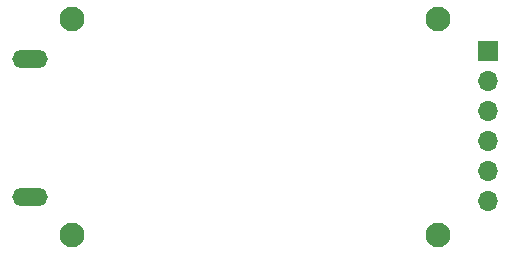
<source format=gbr>
%TF.GenerationSoftware,KiCad,Pcbnew,7.0.11+dfsg-1build4*%
%TF.CreationDate,2025-03-28T22:18:16-04:00*%
%TF.ProjectId,BadUSB,42616455-5342-42e6-9b69-6361645f7063,rev?*%
%TF.SameCoordinates,Original*%
%TF.FileFunction,Soldermask,Bot*%
%TF.FilePolarity,Negative*%
%FSLAX46Y46*%
G04 Gerber Fmt 4.6, Leading zero omitted, Abs format (unit mm)*
G04 Created by KiCad (PCBNEW 7.0.11+dfsg-1build4) date 2025-03-28 22:18:16*
%MOMM*%
%LPD*%
G01*
G04 APERTURE LIST*
%ADD10O,2.997200X1.498600*%
%ADD11C,2.100000*%
%ADD12R,1.700000X1.700000*%
%ADD13O,1.700000X1.700000*%
G04 APERTURE END LIST*
D10*
%TO.C,J1*%
X138201300Y-127343000D03*
X138201300Y-115659000D03*
%TD*%
D11*
%TO.C,REF\u002A\u002A*%
X141732000Y-112268000D03*
%TD*%
%TO.C,REF\u002A\u002A*%
X172720000Y-130556000D03*
%TD*%
D12*
%TO.C,J2*%
X176956000Y-115037000D03*
D13*
X176956000Y-117577000D03*
X176956000Y-120117000D03*
X176956000Y-122657000D03*
X176956000Y-125197000D03*
X176956000Y-127737000D03*
%TD*%
D11*
%TO.C,*%
X172720000Y-112268000D03*
%TD*%
%TO.C,REF\u002A\u002A*%
X141732000Y-130556000D03*
%TD*%
%TO.C,REF\u002A\u002A*%
X172720000Y-112268000D03*
%TD*%
M02*

</source>
